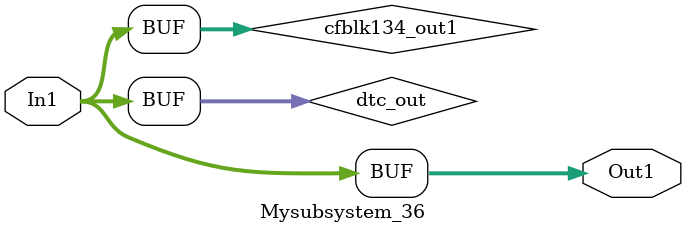
<source format=v>



`timescale 1 ns / 1 ns

module Mysubsystem_36
          (In1,
           Out1);


  input   [7:0] In1;  // uint8
  output  [7:0] Out1;  // uint8


  wire [7:0] dtc_out;  // ufix8
  wire [7:0] cfblk134_out1;  // uint8


  assign dtc_out = In1;



  assign cfblk134_out1 = dtc_out;



  assign Out1 = cfblk134_out1;

endmodule  // Mysubsystem_36


</source>
